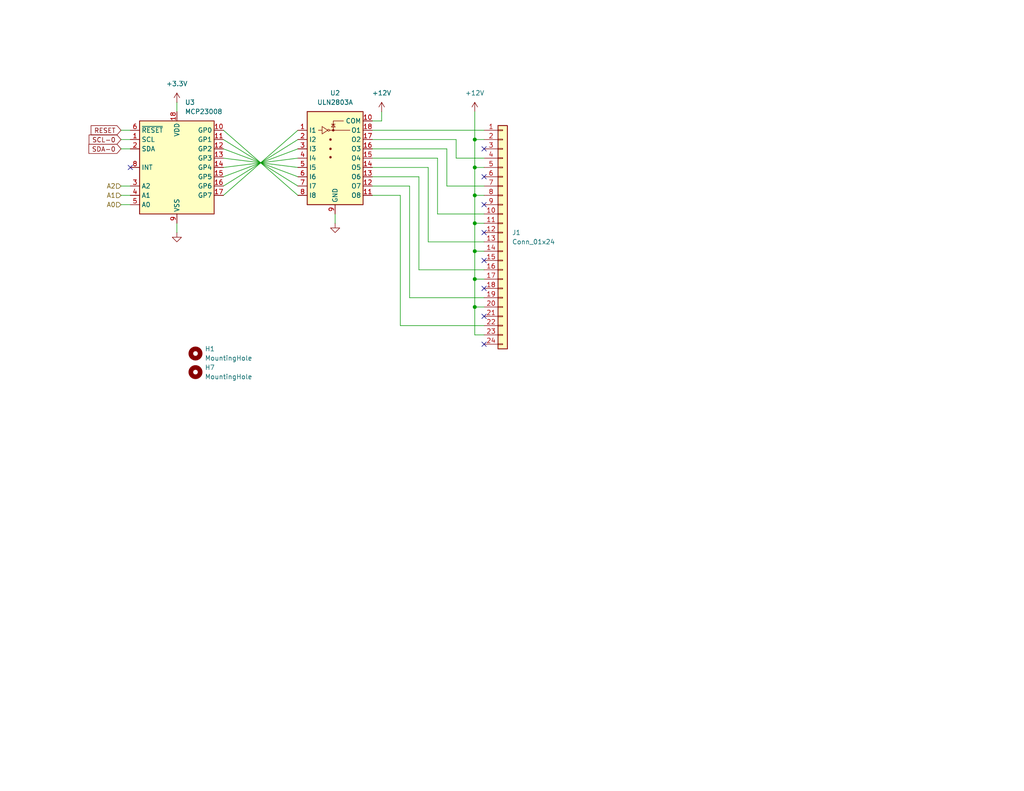
<source format=kicad_sch>
(kicad_sch (version 20250114) (generator "eeschema") (generator_version "9.0")
  (paper "USLetter")
  (title_block (title "HMS Multichannel Olfactometer Driver") (date "2025-08-27") (rev "4.1") (company "HMS Research Instrumentation Core"))
  (lib_symbols
    (symbol "Connector_Generic:Conn_01x24" (pin_names (offset 1.016) (hide yes))
      (property "Reference" "J" (at 0 30.48 0))
      (property "Value" "Conn_01x24" (at 0 -33.02 0))
      (symbol "Conn_01x24_1_1"
        (rectangle (start -1.27 29.21) (end 1.27 -31.75) (stroke (width 0.254)) (fill (type background)))
        (rectangle (start -1.27 28.067) (end 0 27.813) (stroke (width 0.1524)))
        (rectangle (start -1.27 25.527) (end 0 25.273) (stroke (width 0.1524)))
        (rectangle (start -1.27 22.987) (end 0 22.733) (stroke (width 0.1524)))
        (rectangle (start -1.27 20.447) (end 0 20.193) (stroke (width 0.1524)))
        (rectangle (start -1.27 17.907) (end 0 17.653) (stroke (width 0.1524)))
        (rectangle (start -1.27 15.367) (end 0 15.113) (stroke (width 0.1524)))
        (rectangle (start -1.27 12.827) (end 0 12.573) (stroke (width 0.1524)))
        (rectangle (start -1.27 10.287) (end 0 10.033) (stroke (width 0.1524)))
        (rectangle (start -1.27 7.747) (end 0 7.493) (stroke (width 0.1524)))
        (rectangle (start -1.27 5.207) (end 0 4.953) (stroke (width 0.1524)))
        (rectangle (start -1.27 2.667) (end 0 2.413) (stroke (width 0.1524)))
        (rectangle (start -1.27 0.127) (end 0 -0.127) (stroke (width 0.1524)))
        (rectangle (start -1.27 -2.413) (end 0 -2.667) (stroke (width 0.1524)))
        (rectangle (start -1.27 -4.953) (end 0 -5.207) (stroke (width 0.1524)))
        (rectangle (start -1.27 -7.493) (end 0 -7.747) (stroke (width 0.1524)))
        (rectangle (start -1.27 -10.033) (end 0 -10.287) (stroke (width 0.1524)))
        (rectangle (start -1.27 -12.573) (end 0 -12.827) (stroke (width 0.1524)))
        (rectangle (start -1.27 -15.113) (end 0 -15.367) (stroke (width 0.1524)))
        (rectangle (start -1.27 -17.653) (end 0 -17.907) (stroke (width 0.1524)))
        (rectangle (start -1.27 -20.193) (end 0 -20.447) (stroke (width 0.1524)))
        (rectangle (start -1.27 -22.733) (end 0 -22.987) (stroke (width 0.1524)))
        (rectangle (start -1.27 -25.273) (end 0 -25.527) (stroke (width 0.1524)))
        (rectangle (start -1.27 -27.813) (end 0 -28.067) (stroke (width 0.1524)))
        (rectangle (start -1.27 -30.353) (end 0 -30.607) (stroke (width 0.1524)))
        (pin passive line (at -5.08 27.94 0) (length 3.81) (name "Pin_1") (number "1"))
        (pin passive line (at -5.08 25.4 0) (length 3.81) (name "Pin_2") (number "2"))
        (pin passive line (at -5.08 22.86 0) (length 3.81) (name "Pin_3") (number "3"))
        (pin passive line (at -5.08 20.32 0) (length 3.81) (name "Pin_4") (number "4"))
        (pin passive line (at -5.08 17.78 0) (length 3.81) (name "Pin_5") (number "5"))
        (pin passive line (at -5.08 15.24 0) (length 3.81) (name "Pin_6") (number "6"))
        (pin passive line (at -5.08 12.7 0) (length 3.81) (name "Pin_7") (number "7"))
        (pin passive line (at -5.08 10.16 0) (length 3.81) (name "Pin_8") (number "8"))
        (pin passive line (at -5.08 7.62 0) (length 3.81) (name "Pin_9") (number "9"))
        (pin passive line (at -5.08 5.08 0) (length 3.81) (name "Pin_10") (number "10"))
        (pin passive line (at -5.08 2.54 0) (length 3.81) (name "Pin_11") (number "11"))
        (pin passive line (at -5.08 0 0) (length 3.81) (name "Pin_12") (number "12"))
        (pin passive line (at -5.08 -2.54 0) (length 3.81) (name "Pin_13") (number "13"))
        (pin passive line (at -5.08 -5.08 0) (length 3.81) (name "Pin_14") (number "14"))
        (pin passive line (at -5.08 -7.62 0) (length 3.81) (name "Pin_15") (number "15"))
        (pin passive line (at -5.08 -10.16 0) (length 3.81) (name "Pin_16") (number "16"))
        (pin passive line (at -5.08 -12.7 0) (length 3.81) (name "Pin_17") (number "17"))
        (pin passive line (at -5.08 -15.24 0) (length 3.81) (name "Pin_18") (number "18"))
        (pin passive line (at -5.08 -17.78 0) (length 3.81) (name "Pin_19") (number "19"))
        (pin passive line (at -5.08 -20.32 0) (length 3.81) (name "Pin_20") (number "20"))
        (pin passive line (at -5.08 -22.86 0) (length 3.81) (name "Pin_21") (number "21"))
        (pin passive line (at -5.08 -25.4 0) (length 3.81) (name "Pin_22") (number "22"))
        (pin passive line (at -5.08 -27.94 0) (length 3.81) (name "Pin_23") (number "23"))
        (pin passive line (at -5.08 -30.48 0) (length 3.81) (name "Pin_24") (number "24"))
      )
    )
    (symbol "Interface_Expansion:MCP23008-xP"
      (property "Reference" "U" (at -8.89 13.97 0))
      (property "Value" "MCP23008-xP" (at 8.89 13.97 0))
      (symbol "MCP23008-xP_0_1"
        (rectangle (start -10.16 12.7) (end 10.16 -12.7) (stroke (width 0.254)) (fill (type background)))
      )
      (symbol "MCP23008-xP_1_1"
        (pin input line (at -12.7 10.16 0) (length 2.54) (name "~{RESET}") (number "6"))
        (pin input line (at -12.7 7.62 0) (length 2.54) (name "SCL") (number "1"))
        (pin bidirectional line (at -12.7 5.08 0) (length 2.54) (name "SDA") (number "2"))
        (pin output line (at -12.7 0 0) (length 2.54) (name "INT") (number "8"))
        (pin input line (at -12.7 -5.08 0) (length 2.54) (name "A2") (number "3"))
        (pin input line (at -12.7 -7.62 0) (length 2.54) (name "A1") (number "4"))
        (pin input line (at -12.7 -10.16 0) (length 2.54) (name "A0") (number "5"))
        (pin no_connect line (at -10.16 -2.54 0) (length 2.54) (hide yes) (name "NC") (number "7"))
        (pin power_in line (at 0 15.24 270) (length 2.54) (name "VDD") (number "18"))
        (pin power_in line (at 0 -15.24 90) (length 2.54) (name "VSS") (number "9"))
        (pin bidirectional line (at 12.7 10.16 180) (length 2.54) (name "GP0") (number "10"))
        (pin bidirectional line (at 12.7 7.62 180) (length 2.54) (name "GP1") (number "11"))
        (pin bidirectional line (at 12.7 5.08 180) (length 2.54) (name "GP2") (number "12"))
        (pin bidirectional line (at 12.7 2.54 180) (length 2.54) (name "GP3") (number "13"))
        (pin bidirectional line (at 12.7 0 180) (length 2.54) (name "GP4") (number "14"))
        (pin bidirectional line (at 12.7 -2.54 180) (length 2.54) (name "GP5") (number "15"))
        (pin bidirectional line (at 12.7 -5.08 180) (length 2.54) (name "GP6") (number "16"))
        (pin bidirectional line (at 12.7 -7.62 180) (length 2.54) (name "GP7") (number "17"))
      )
    )
    (symbol "Mechanical:MountingHole" (pin_names (offset 1.016)) (exclude_from_sim yes) (in_bom no)
      (property "Reference" "H" (at 0 5.08 0))
      (property "Value" "MountingHole" (at 0 3.175 0))
      (symbol "MountingHole_0_1"
        (circle (center 0 0) (radius 1.27) (stroke (width 1.27)))
      )
    )
    (symbol "Transistor_Array:ULN2803A"
      (property "Reference" "U" (at 0 13.335 0))
      (property "Value" "ULN2803A" (at 0 11.43 0))
      (symbol "ULN2803A_0_1"
        (rectangle (start -7.62 -15.24) (end 7.62 10.16) (stroke (width 0.254)) (fill (type background)))
        (polyline (pts (xy -4.572 5.08) (xy -3.556 5.08)))
        (polyline (pts (xy -3.556 6.096) (xy -3.556 4.064) (xy -2.032 5.08) (xy -3.556 6.096)))
        (circle (center -1.778 5.08) (radius 0.254))
        (polyline (pts (xy -1.524 5.08) (xy 4.064 5.08)))
        (circle (center -1.27 2.54) (radius 0.254) (fill (type outline)))
        (circle (center -1.27 0) (radius 0.254) (fill (type outline)))
        (circle (center -1.27 -2.286) (radius 0.254) (fill (type outline)))
        (circle (center -0.508 5.08) (radius 0.254) (fill (type outline)))
        (polyline (pts (xy -0.508 5.08) (xy -0.508 7.62) (xy 2.286 7.62)))
        (polyline (pts (xy 0 6.731) (xy -1.016 6.731)))
        (polyline (pts (xy 0 5.969) (xy -1.016 5.969) (xy -0.508 6.731) (xy 0 5.969)))
      )
      (symbol "ULN2803A_1_1"
        (pin input line (at -10.16 5.08 0) (length 2.54) (name "I1") (number "1"))
        (pin input line (at -10.16 2.54 0) (length 2.54) (name "I2") (number "2"))
        (pin input line (at -10.16 0 0) (length 2.54) (name "I3") (number "3"))
        (pin input line (at -10.16 -2.54 0) (length 2.54) (name "I4") (number "4"))
        (pin input line (at -10.16 -5.08 0) (length 2.54) (name "I5") (number "5"))
        (pin input line (at -10.16 -7.62 0) (length 2.54) (name "I6") (number "6"))
        (pin input line (at -10.16 -10.16 0) (length 2.54) (name "I7") (number "7"))
        (pin input line (at -10.16 -12.7 0) (length 2.54) (name "I8") (number "8"))
        (pin power_in line (at 0 -17.78 90) (length 2.54) (name "GND") (number "9"))
        (pin passive line (at 10.16 7.62 180) (length 2.54) (name "COM") (number "10"))
        (pin open_collector line (at 10.16 5.08 180) (length 2.54) (name "O1") (number "18"))
        (pin open_collector line (at 10.16 2.54 180) (length 2.54) (name "O2") (number "17"))
        (pin open_collector line (at 10.16 0 180) (length 2.54) (name "O3") (number "16"))
        (pin open_collector line (at 10.16 -2.54 180) (length 2.54) (name "O4") (number "15"))
        (pin open_collector line (at 10.16 -5.08 180) (length 2.54) (name "O5") (number "14"))
        (pin open_collector line (at 10.16 -7.62 180) (length 2.54) (name "O6") (number "13"))
        (pin open_collector line (at 10.16 -10.16 180) (length 2.54) (name "O7") (number "12"))
        (pin open_collector line (at 10.16 -12.7 180) (length 2.54) (name "O8") (number "11"))
      )
    )
    (symbol "power:+12V" (power) (pin_numbers (hide yes)) (pin_names (offset 0) (hide yes))
      (property "Value" "+12V" (at 0 3.556 0))
      (symbol "+12V_0_1"
        (polyline (pts (xy -0.762 1.27) (xy 0 2.54)))
        (polyline (pts (xy 0 2.54) (xy 0.762 1.27)))
        (polyline (pts (xy 0 0) (xy 0 2.54)))
      )
      (symbol "+12V_1_1"
        (pin power_in line (at 0 0 90) (length 0) (name "~") (number "1"))
      )
    )
    (symbol "power:+3.3V" (power) (pin_numbers (hide yes)) (pin_names (offset 0) (hide yes))
      (property "Value" "+3.3V" (at 0 3.556 0))
      (symbol "+3.3V_0_1"
        (polyline (pts (xy -0.762 1.27) (xy 0 2.54)))
        (polyline (pts (xy 0 2.54) (xy 0.762 1.27)))
        (polyline (pts (xy 0 0) (xy 0 2.54)))
      )
      (symbol "+3.3V_1_1"
        (pin power_in line (at 0 0 90) (length 0) (name "~") (number "1"))
      )
    )
    (symbol "power:GND" (power) (pin_numbers (hide yes)) (pin_names (offset 0) (hide yes))
      (property "Value" "GND" (at 0 -3.81 0))
      (symbol "GND_0_1"
        (polyline (pts (xy 0 0) (xy 0 -1.27) (xy 1.27 -1.27) (xy 0 -2.54) (xy -1.27 -1.27) (xy 0 -1.27)))
      )
      (symbol "GND_1_1"
        (pin power_in line (at 0 0 270) (length 0) (name "~") (number "1"))
      )
    )
  )
  (junction (at 129.54 76.2))
  (junction (at 129.54 53.34))
  (junction (at 129.54 83.82))
  (junction (at 129.54 38.1))
  (junction (at 129.54 68.58))
  (junction (at 129.54 45.72))
  (junction (at 129.54 60.96))
  (no_connect (at 132.08 63.5))
  (no_connect (at 35.56 45.72))
  (no_connect (at 132.08 71.12))
  (no_connect (at 132.08 86.36))
  (no_connect (at 132.08 93.98))
  (no_connect (at 132.08 55.88))
  (no_connect (at 132.08 40.64))
  (no_connect (at 132.08 78.74))
  (no_connect (at 132.08 48.26))
  (wire (pts (xy 129.54 38.1) (xy 132.08 38.1)))
  (wire (pts (xy 60.96 43.18) (xy 81.28 45.72)))
  (wire (pts (xy 132.08 76.2) (xy 129.54 76.2)))
  (wire (pts (xy 33.02 40.64) (xy 35.56 40.64)))
  (wire (pts (xy 91.44 60.96) (xy 91.44 58.42)))
  (wire (pts (xy 33.02 35.56) (xy 35.56 35.56)))
  (wire (pts (xy 33.02 55.88) (xy 35.56 55.88)))
  (wire (pts (xy 60.96 50.8) (xy 81.28 38.1)))
  (wire (pts (xy 121.92 50.8) (xy 121.92 40.64)))
  (wire (pts (xy 129.54 83.82) (xy 129.54 76.2)))
  (wire (pts (xy 101.6 35.56) (xy 132.08 35.56)))
  (wire (pts (xy 132.08 45.72) (xy 129.54 45.72)))
  (wire (pts (xy 132.08 68.58) (xy 129.54 68.58)))
  (wire (pts (xy 129.54 53.34) (xy 129.54 45.72)))
  (wire (pts (xy 132.08 91.44) (xy 129.54 91.44)))
  (wire (pts (xy 132.08 88.9) (xy 109.22 88.9)))
  (wire (pts (xy 111.76 81.28) (xy 111.76 50.8)))
  (wire (pts (xy 60.96 45.72) (xy 81.28 43.18)))
  (wire (pts (xy 132.08 58.42) (xy 119.38 58.42)))
  (wire (pts (xy 129.54 45.72) (xy 129.54 38.1)))
  (wire (pts (xy 81.28 40.64) (xy 60.96 48.26)))
  (wire (pts (xy 60.96 35.56) (xy 81.28 53.34)))
  (wire (pts (xy 111.76 50.8) (xy 101.6 50.8)))
  (wire (pts (xy 104.14 30.48) (xy 104.14 33.02)))
  (wire (pts (xy 129.54 91.44) (xy 129.54 83.82)))
  (wire (pts (xy 109.22 88.9) (xy 109.22 53.34)))
  (wire (pts (xy 129.54 76.2) (xy 129.54 68.58)))
  (wire (pts (xy 60.96 38.1) (xy 81.28 50.8)))
  (wire (pts (xy 33.02 53.34) (xy 35.56 53.34)))
  (wire (pts (xy 132.08 73.66) (xy 114.3 73.66)))
  (wire (pts (xy 101.6 33.02) (xy 104.14 33.02)))
  (wire (pts (xy 129.54 60.96) (xy 129.54 53.34)))
  (wire (pts (xy 114.3 73.66) (xy 114.3 48.26)))
  (wire (pts (xy 48.26 27.94) (xy 48.26 30.48)))
  (wire (pts (xy 109.22 53.34) (xy 101.6 53.34)))
  (wire (pts (xy 132.08 60.96) (xy 129.54 60.96)))
  (wire (pts (xy 129.54 68.58) (xy 129.54 60.96)))
  (wire (pts (xy 119.38 58.42) (xy 119.38 43.18)))
  (wire (pts (xy 116.84 66.04) (xy 116.84 45.72)))
  (wire (pts (xy 116.84 45.72) (xy 101.6 45.72)))
  (wire (pts (xy 60.96 40.64) (xy 81.28 48.26)))
  (wire (pts (xy 132.08 50.8) (xy 121.92 50.8)))
  (wire (pts (xy 124.46 43.18) (xy 132.08 43.18)))
  (wire (pts (xy 129.54 30.48) (xy 129.54 38.1)))
  (wire (pts (xy 33.02 50.8) (xy 35.56 50.8)))
  (wire (pts (xy 101.6 38.1) (xy 124.46 38.1)))
  (wire (pts (xy 124.46 38.1) (xy 124.46 43.18)))
  (wire (pts (xy 81.28 35.56) (xy 60.96 53.34)))
  (wire (pts (xy 132.08 81.28) (xy 111.76 81.28)))
  (wire (pts (xy 114.3 48.26) (xy 101.6 48.26)))
  (wire (pts (xy 121.92 40.64) (xy 101.6 40.64)))
  (wire (pts (xy 48.26 63.5) (xy 48.26 60.96)))
  (wire (pts (xy 119.38 43.18) (xy 101.6 43.18)))
  (wire (pts (xy 132.08 66.04) (xy 116.84 66.04)))
  (wire (pts (xy 33.02 38.1) (xy 35.56 38.1)))
  (wire (pts (xy 132.08 53.34) (xy 129.54 53.34)))
  (wire (pts (xy 132.08 83.82) (xy 129.54 83.82)))
  (global_label "SDA-0" (shape input) (at 33.02 40.64 180) (property "Intersheetrefs" "${INTERSHEET_REFS}" (effects (hide yes))))
  (global_label "RESET" (shape input) (at 33.02 35.56 180) (property "Intersheetrefs" "${INTERSHEET_REFS}" (effects (hide yes))))
  (global_label "SCL-0" (shape input) (at 33.02 38.1 180) (property "Intersheetrefs" "${INTERSHEET_REFS}" (effects (hide yes))))
  (hierarchical_label "A0" (shape input) (at 33.02 55.88 180))
  (hierarchical_label "A2" (shape input) (at 33.02 50.8 180))
  (hierarchical_label "A1" (shape input) (at 33.02 53.34 180))
  (symbol (lib_id "Transistor_Array:ULN2803A") (at 91.44 40.64 0) (unit 1)
    (property "Reference" "U12" (at 91.44 25.4 0))
    (property "Value" "ULN2803A" (at 91.44 27.94 0))
    (property "Footprint" "Package_DIP:DIP-18_W7.62mm" (effects (hide yes)))
    (property "Datasheet" "http://www.ti.com/lit/ds/symlink/uln2803a.pdf" (effects (hide yes)))
    (property "Description" "Darlington Transistor Arrays, SOIC18/DIP18" (effects (hide yes)))
    (instances (project "HMS Olfactometer" (path "" (reference "U2") (unit 1)) (path "" (reference "U6") (unit 1)) (path "" (reference "U10") (unit 1)) (path "" (reference "U4") (unit 1)) (path "" (reference "U12") (unit 1)) (path "" (reference "U8") (unit 1))))
  )
  (symbol (lib_id "Mechanical:MountingHole") (at 53.34 101.6 0) (unit 1) (exclude_from_sim yes) (in_bom no)
    (property "Reference" "H12" (at 55.88 100.3299 0) (effects (justify left)))
    (property "Value" "MountingHole" (at 55.88 102.8699 0) (effects (justify left)))
    (property "Footprint" "MountingHole:MountingHole_3.2mm_M3" (effects (hide yes)))
    (property "Description" "Mounting Hole without connection" (effects (hide yes)))
    (instances (project "HMS Olfactometer" (path "" (reference "H7") (unit 1)) (path "" (reference "H9") (unit 1)) (path "" (reference "H11") (unit 1)) (path "" (reference "H8") (unit 1)) (path "" (reference "H12") (unit 1)) (path "" (reference "H10") (unit 1))))
  )
  (symbol (lib_id "power:GND") (at 91.44 60.96 0) (unit 1)
    (property "Reference" "#PWR029" (effects (hide yes)))
    (property "Value" "GND" (effects (hide yes)))
    (property "Description" "Power symbol creates a global label with name \"GND\" , ground" (effects (hide yes)))
    (instances (project "HMS Olfactometer" (path "" (reference "#PWR02") (unit 1)) (path "" (reference "#PWR014") (unit 1)) (path "" (reference "#PWR024") (unit 1)) (path "" (reference "#PWR09") (unit 1)) (path "" (reference "#PWR029") (unit 1)) (path "" (reference "#PWR019") (unit 1))))
  )
  (symbol (lib_id "power:+12V") (at 129.54 30.48 0) (unit 1)
    (property "Reference" "#PWR028" (effects (hide yes)))
    (property "Value" "+12V" (at 129.54 25.4 0))
    (property "Description" "Power symbol creates a global label with name \"+12V\"" (effects (hide yes)))
    (instances (project "" (path "" (reference "#PWR05") (unit 1)) (path "" (reference "#PWR013") (unit 1)) (path "" (reference "#PWR023") (unit 1)) (path "" (reference "#PWR08") (unit 1)) (path "" (reference "#PWR028") (unit 1)) (path "" (reference "#PWR018") (unit 1))))
  )
  (symbol (lib_id "Mechanical:MountingHole") (at 53.34 96.52 0) (unit 1) (exclude_from_sim yes) (in_bom no)
    (property "Reference" "H6" (at 55.88 95.2499 0) (effects (justify left)))
    (property "Value" "MountingHole" (at 55.88 97.7899 0) (effects (justify left)))
    (property "Footprint" "MountingHole:MountingHole_3.2mm_M3" (effects (hide yes)))
    (property "Description" "Mounting Hole without connection" (effects (hide yes)))
    (instances (project "" (path "" (reference "H1") (unit 1)) (path "" (reference "H3") (unit 1)) (path "" (reference "H5") (unit 1)) (path "" (reference "H2") (unit 1)) (path "" (reference "H6") (unit 1)) (path "" (reference "H4") (unit 1))))
  )
  (symbol (lib_id "power:+3.3V") (at 48.26 27.94 0) (unit 1)
    (property "Reference" "#PWR026" (effects (hide yes)))
    (property "Value" "+3.3V" (at 48.26 22.86 0))
    (property "Description" "Power symbol creates a global label with name \"+3.3V\"" (effects (hide yes)))
    (instances (project "HMS Olfactometer" (path "" (reference "#PWR0101") (unit 1)) (path "" (reference "#PWR011") (unit 1)) (path "" (reference "#PWR021") (unit 1)) (path "" (reference "#PWR06") (unit 1)) (path "" (reference "#PWR026") (unit 1)) (path "" (reference "#PWR016") (unit 1))))
  )
  (symbol (lib_id "Interface_Expansion:MCP23008-xP") (at 48.26 45.72 0) (unit 1)
    (property "Reference" "U13" (at 50.4541 27.94 0) (effects (justify left)))
    (property "Value" "MCP23008" (at 50.4541 30.48 0) (effects (justify left)))
    (property "Footprint" "Package_DIP:DIP-18_W7.62mm" (effects (hide yes)))
    (property "Datasheet" "http://ww1.microchip.com/downloads/en/DeviceDoc/MCP23008-MCP23S08-Data-Sheet-20001919F.pdf" (effects (hide yes)))
    (property "Description" "8-bit I/O expander, I2C, interrupts, PDIP-18" (effects (hide yes)))
    (instances (project "HMS Olfactometer" (path "" (reference "U3") (unit 1)) (path "" (reference "U7") (unit 1)) (path "" (reference "U11") (unit 1)) (path "" (reference "U5") (unit 1)) (path "" (reference "U13") (unit 1)) (path "" (reference "U9") (unit 1))))
  )
  (symbol (lib_id "power:GND") (at 48.26 63.5 0) (unit 1)
    (property "Reference" "#PWR030" (effects (hide yes)))
    (property "Value" "GND" (effects (hide yes)))
    (property "Description" "Power symbol creates a global label with name \"GND\" , ground" (effects (hide yes)))
    (instances (project "HMS Olfactometer" (path "" (reference "#PWR0102") (unit 1)) (path "" (reference "#PWR015") (unit 1)) (path "" (reference "#PWR025") (unit 1)) (path "" (reference "#PWR010") (unit 1)) (path "" (reference "#PWR030") (unit 1)) (path "" (reference "#PWR020") (unit 1))))
  )
  (symbol (lib_id "power:+12V") (at 104.14 30.48 0) (unit 1)
    (property "Reference" "#PWR027" (effects (hide yes)))
    (property "Value" "+12V" (at 104.14 25.4 0))
    (property "Description" "Power symbol creates a global label with name \"+12V\"" (effects (hide yes)))
    (instances (project "HMS Olfactometer" (path "" (reference "#PWR04") (unit 1)) (path "" (reference "#PWR012") (unit 1)) (path "" (reference "#PWR022") (unit 1)) (path "" (reference "#PWR07") (unit 1)) (path "" (reference "#PWR027") (unit 1)) (path "" (reference "#PWR017") (unit 1))))
  )
  (symbol (lib_id "Connector_Generic:Conn_01x24") (at 137.16 63.5 0) (unit 1)
    (property "Reference" "J6" (at 139.7 63.4999 0) (effects (justify left)))
    (property "Value" "Conn_01x24" (at 139.7 66.0399 0) (effects (justify left)))
    (property "Footprint" "Connector_PinHeader_2.54mm:PinHeader_1x24_P2.54mm_Vertical" (effects (hide yes)))
    (property "Description" "Generic connector, single row, 01x24, script generated (kicad-library-utils/schlib/autogen/connector/)" (effects (hide yes)))
    (instances (project "HMS Olfactometer" (path "" (reference "J1") (unit 1)) (path "" (reference "J3") (unit 1)) (path "" (reference "J5") (unit 1)) (path "" (reference "J2") (unit 1)) (path "" (reference "J6") (unit 1)) (path "" (reference "J4") (unit 1))))
  )
)
</source>
